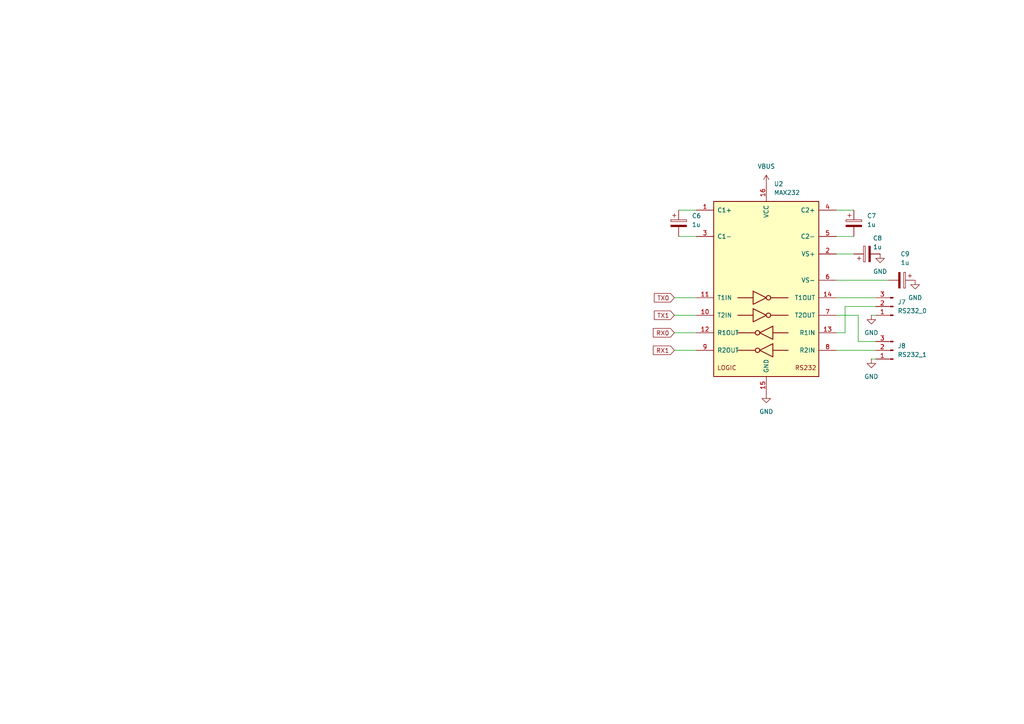
<source format=kicad_sch>
(kicad_sch (version 20231120) (generator "eeschema") (generator_version "8.0")
  (paper "A4")
  (title_block (title "USB-to-quad UART") (date "2024-08-30") (rev "rev. 2") (company "TXnology") (comment 1 "Engineer: Bence Csókás"))
  (lib_symbols
    (symbol "Connector:Conn_01x03_Pin" (pin_names (offset 1.016) hide)
      (property "Reference" "J" (at 0 5.08 0))
      (property "Value" "Conn_01x03_Pin" (at 0 -5.08 0))
      (symbol "Conn_01x03_Pin_1_1"
        (polyline (pts (xy 1.27 -2.54) (xy 0.8636 -2.54)) (stroke (width 0.1524)))
        (polyline (pts (xy 1.27 0) (xy 0.8636 0)) (stroke (width 0.1524)))
        (polyline (pts (xy 1.27 2.54) (xy 0.8636 2.54)) (stroke (width 0.1524)))
        (rectangle (start 0.8636 -2.413) (end 0 -2.667) (stroke (width 0.1524)) (fill (type outline)))
        (rectangle (start 0.8636 0.127) (end 0 -0.127) (stroke (width 0.1524)) (fill (type outline)))
        (rectangle (start 0.8636 2.667) (end 0 2.413) (stroke (width 0.1524)) (fill (type outline)))
        (pin passive line (at 5.08 2.54 180) (length 3.81) (name "Pin_1") (number "1"))
        (pin passive line (at 5.08 0 180) (length 3.81) (name "Pin_2") (number "2"))
        (pin passive line (at 5.08 -2.54 180) (length 3.81) (name "Pin_3") (number "3"))
      )
    )
    (symbol "Device:C_Polarized" (pin_numbers hide) (pin_names (offset 0.254))
      (property "Reference" "C" (at 0.635 2.54 0))
      (property "Value" "C_Polarized" (at 0.635 -2.54 0))
      (symbol "C_Polarized_0_1"
        (rectangle (start -2.286 0.508) (end 2.286 1.016))
        (polyline (pts (xy -1.778 2.286) (xy -0.762 2.286)))
        (polyline (pts (xy -1.27 2.794) (xy -1.27 1.778)))
        (rectangle (start 2.286 -0.508) (end -2.286 -1.016) (fill (type outline)))
      )
      (symbol "C_Polarized_1_1"
        (pin passive line (at 0 3.81 270) (length 2.794) (name "~") (number "1"))
        (pin passive line (at 0 -3.81 90) (length 2.794) (name "~") (number "2"))
      )
    )
    (symbol "Interface_UART:MAX232" (pin_names (offset 1.016))
      (property "Reference" "U" (at -2.54 28.575 0))
      (property "Value" "MAX232" (at -2.54 26.67 0))
      (symbol "MAX232_0_0"
        (text "LOGIC" (at -11.43 -22.86 0) (effects (font (size 1.27 1.27))))
        (text "RS232" (at 11.43 -22.86 0) (effects (font (size 1.27 1.27))))
      )
      (symbol "MAX232_0_1"
        (rectangle (start -15.24 -25.4) (end 15.24 25.4) (stroke (width 0.254)) (fill (type background)))
        (circle (center -2.54 -17.78) (radius 0.635) (stroke (width 0.254)))
        (circle (center -2.54 -12.7) (radius 0.635) (stroke (width 0.254)))
        (polyline (pts (xy -3.81 -7.62) (xy -8.255 -7.62)) (stroke (width 0.254)))
        (polyline (pts (xy -3.81 -2.54) (xy -8.255 -2.54)) (stroke (width 0.254)))
        (polyline (pts (xy -3.175 -17.78) (xy -8.255 -17.78)) (stroke (width 0.254)))
        (polyline (pts (xy -3.175 -12.7) (xy -8.255 -12.7)) (stroke (width 0.254)))
        (polyline (pts (xy 1.27 -7.62) (xy 6.35 -7.62)) (stroke (width 0.254)))
        (polyline (pts (xy 1.27 -2.54) (xy 6.35 -2.54)) (stroke (width 0.254)))
        (polyline (pts (xy 1.905 -17.78) (xy 6.35 -17.78)) (stroke (width 0.254)))
        (polyline (pts (xy 1.905 -12.7) (xy 6.35 -12.7)) (stroke (width 0.254)))
        (polyline (pts (xy -3.81 -5.715) (xy -3.81 -9.525) (xy 0 -7.62) (xy -3.81 -5.715)) (stroke (width 0.254)))
        (polyline (pts (xy -3.81 -0.635) (xy -3.81 -4.445) (xy 0 -2.54) (xy -3.81 -0.635)) (stroke (width 0.254)))
        (polyline (pts (xy 1.905 -15.875) (xy 1.905 -19.685) (xy -1.905 -17.78) (xy 1.905 -15.875)) (stroke (width 0.254)))
        (polyline (pts (xy 1.905 -10.795) (xy 1.905 -14.605) (xy -1.905 -12.7) (xy 1.905 -10.795)) (stroke (width 0.254)))
        (circle (center 0.635 -7.62) (radius 0.635) (stroke (width 0.254)))
        (circle (center 0.635 -2.54) (radius 0.635) (stroke (width 0.254)))
      )
      (symbol "MAX232_1_1"
        (pin passive line (at -20.32 22.86 0) (length 5.08) (name "C1+") (number "1"))
        (pin input line (at -20.32 -7.62 0) (length 5.08) (name "T2IN") (number "10"))
        (pin input line (at -20.32 -2.54 0) (length 5.08) (name "T1IN") (number "11"))
        (pin output line (at -20.32 -12.7 0) (length 5.08) (name "R1OUT") (number "12"))
        (pin input line (at 20.32 -12.7 180) (length 5.08) (name "R1IN") (number "13"))
        (pin output line (at 20.32 -2.54 180) (length 5.08) (name "T1OUT") (number "14"))
        (pin power_in line (at 0 -30.48 90) (length 5.08) (name "GND") (number "15"))
        (pin power_in line (at 0 30.48 270) (length 5.08) (name "VCC") (number "16"))
        (pin power_out line (at 20.32 10.16 180) (length 5.08) (name "VS+") (number "2"))
        (pin passive line (at -20.32 15.24 0) (length 5.08) (name "C1-") (number "3"))
        (pin passive line (at 20.32 22.86 180) (length 5.08) (name "C2+") (number "4"))
        (pin passive line (at 20.32 15.24 180) (length 5.08) (name "C2-") (number "5"))
        (pin power_out line (at 20.32 2.54 180) (length 5.08) (name "VS-") (number "6"))
        (pin output line (at 20.32 -7.62 180) (length 5.08) (name "T2OUT") (number "7"))
        (pin input line (at 20.32 -17.78 180) (length 5.08) (name "R2IN") (number "8"))
        (pin output line (at -20.32 -17.78 0) (length 5.08) (name "R2OUT") (number "9"))
      )
    )
    (symbol "power:GND" (power) (pin_numbers hide) (pin_names (offset 0) hide)
      (property "Value" "GND" (at 0 -3.81 0))
      (symbol "GND_0_1"
        (polyline (pts (xy 0 0) (xy 0 -1.27) (xy 1.27 -1.27) (xy 0 -2.54) (xy -1.27 -1.27) (xy 0 -1.27)))
      )
      (symbol "GND_1_1"
        (pin power_in line (at 0 0 270) (length 0) (name "~") (number "1"))
      )
    )
    (symbol "power:VBUS" (power) (pin_numbers hide) (pin_names (offset 0) hide)
      (property "Value" "VBUS" (at 0 3.556 0))
      (symbol "VBUS_0_1"
        (polyline (pts (xy -0.762 1.27) (xy 0 2.54)))
        (polyline (pts (xy 0 0) (xy 0 2.54)))
        (polyline (pts (xy 0 2.54) (xy 0.762 1.27)))
      )
      (symbol "VBUS_1_1"
        (pin power_in line (at 0 0 90) (length 0) (name "~") (number "1"))
      )
    )
  )
  (wire (pts (xy 248.92 91.44) (xy 248.92 99.06)))
  (wire (pts (xy 195.58 86.36) (xy 201.93 86.36)))
  (wire (pts (xy 245.11 88.9) (xy 254 88.9)))
  (wire (pts (xy 242.57 91.44) (xy 248.92 91.44)))
  (wire (pts (xy 195.58 101.6) (xy 201.93 101.6)))
  (wire (pts (xy 196.85 60.96) (xy 201.93 60.96)))
  (wire (pts (xy 254 86.36) (xy 242.57 86.36)))
  (wire (pts (xy 247.65 68.58) (xy 242.57 68.58)))
  (wire (pts (xy 195.58 96.52) (xy 201.93 96.52)))
  (wire (pts (xy 242.57 101.6) (xy 254 101.6)))
  (wire (pts (xy 242.57 96.52) (xy 245.11 96.52)))
  (wire (pts (xy 245.11 96.52) (xy 245.11 88.9)))
  (wire (pts (xy 248.92 99.06) (xy 254 99.06)))
  (wire (pts (xy 196.85 68.58) (xy 201.93 68.58)))
  (wire (pts (xy 257.81 81.28) (xy 242.57 81.28)))
  (wire (pts (xy 247.65 60.96) (xy 242.57 60.96)))
  (wire (pts (xy 195.58 91.44) (xy 201.93 91.44)))
  (wire (pts (xy 252.73 104.14) (xy 254 104.14)))
  (wire (pts (xy 247.65 73.66) (xy 242.57 73.66)))
  (wire (pts (xy 252.73 91.44) (xy 254 91.44)))
  (global_label "RX0" (shape input) (at 195.58 96.52 180) (property "Intersheetrefs" "${INTERSHEET_REFS}" (effects (hide yes))))
  (global_label "TX1" (shape input) (at 195.58 91.44 180) (property "Intersheetrefs" "${INTERSHEET_REFS}" (effects (hide yes))))
  (global_label "RX1" (shape input) (at 195.58 101.6 180) (property "Intersheetrefs" "${INTERSHEET_REFS}" (effects (hide yes))))
  (global_label "TX0" (shape input) (at 195.58 86.36 180) (property "Intersheetrefs" "${INTERSHEET_REFS}" (effects (hide yes))))
  (symbol (lib_id "power:GND") (at 222.25 114.3 0) (unit 1)
    (property "Reference" "#PWR060" (effects (hide yes)))
    (property "Value" "GND" (at 222.25 119.38 0))
    (property "Description" "Power symbol creates a global label with name \"GND\" , ground" (effects (hide yes)))
  )
  (symbol (lib_id "power:GND") (at 252.73 91.44 0) (unit 1)
    (property "Reference" "#PWR064" (effects (hide yes)))
    (property "Value" "GND" (at 252.73 96.52 0))
    (property "Description" "Power symbol creates a global label with name \"GND\" , ground" (effects (hide yes)))
  )
  (symbol (lib_id "Device:C_Polarized") (at 247.65 64.77 0) (unit 1)
    (property "Reference" "C7" (at 251.46 62.6109 0) (effects (justify left)))
    (property "Value" "1u" (at 251.46 65.1509 0) (effects (justify left)))
    (property "Footprint" "Capacitor_SMD:C_0603_1608Metric" (effects (hide yes)))
    (property "Description" "Polarized capacitor" (effects (hide yes)))
  )
  (symbol (lib_id "Interface_UART:MAX232") (at 222.25 83.82 0) (unit 1)
    (property "Reference" "U2" (at 224.4441 53.34 0) (effects (justify left)))
    (property "Value" "MAX232" (at 224.4441 55.88 0) (effects (justify left)))
    (property "Footprint" "Package_SO:SOIC-16_3.9x9.9mm_P1.27mm" (effects (hide yes)))
    (property "Datasheet" "http://www.ti.com/lit/ds/symlink/max232.pdf" (effects (hide yes)))
    (property "Description" "Dual RS232 driver/receiver, 5V supply, 120kb/s, 0C-70C" (effects (hide yes)))
  )
  (symbol (lib_id "power:GND") (at 255.27 73.66 0) (unit 1)
    (property "Reference" "#PWR072" (effects (hide yes)))
    (property "Value" "GND" (at 255.27 78.74 0))
    (property "Description" "Power symbol creates a global label with name \"GND\" , ground" (effects (hide yes)))
  )
  (symbol (lib_id "Connector:Conn_01x03_Pin") (at 259.08 101.6 180) (unit 1)
    (property "Reference" "J8" (at 260.35 100.3299 0) (effects (justify right)))
    (property "Value" "RS232_1" (at 260.35 102.8699 0) (effects (justify right)))
    (property "Footprint" "Connector_Phoenix_MC:PhoenixContact_MCV_1,5_3-G-3.81_1x03_P3.81mm_Vertical" (effects (hide yes)))
    (property "Description" "Generic connector, single row, 01x03, script generated" (effects (hide yes)))
  )
  (symbol (lib_id "Connector:Conn_01x03_Pin") (at 259.08 88.9 180) (unit 1)
    (property "Reference" "J7" (at 260.35 87.6299 0) (effects (justify right)))
    (property "Value" "RS232_0" (at 260.35 90.1699 0) (effects (justify right)))
    (property "Footprint" "Connector_Phoenix_MC:PhoenixContact_MCV_1,5_3-G-3.81_1x03_P3.81mm_Vertical" (effects (hide yes)))
    (property "Description" "Generic connector, single row, 01x03, script generated" (effects (hide yes)))
  )
  (symbol (lib_id "Device:C_Polarized") (at 261.62 81.28 270) (unit 1)
    (property "Reference" "C9" (at 262.509 73.66 90))
    (property "Value" "1u" (at 262.509 76.2 90))
    (property "Footprint" "Capacitor_SMD:C_0603_1608Metric" (effects (hide yes)))
    (property "Description" "Polarized capacitor" (effects (hide yes)))
  )
  (symbol (lib_id "power:GND") (at 252.73 104.14 0) (unit 1)
    (property "Reference" "#PWR066" (effects (hide yes)))
    (property "Value" "GND" (at 252.73 109.22 0))
    (property "Description" "Power symbol creates a global label with name \"GND\" , ground" (effects (hide yes)))
  )
  (symbol (lib_id "power:VBUS") (at 222.25 53.34 0) (unit 1)
    (property "Reference" "#PWR028" (effects (hide yes)))
    (property "Value" "VBUS" (at 222.25 48.26 0))
    (property "Description" "Power symbol creates a global label with name \"VBUS\"" (effects (hide yes)))
  )
  (symbol (lib_id "Device:C_Polarized") (at 196.85 64.77 0) (unit 1)
    (property "Reference" "C6" (at 200.66 62.6109 0) (effects (justify left)))
    (property "Value" "1u" (at 200.66 65.1509 0) (effects (justify left)))
    (property "Footprint" "Capacitor_SMD:C_0603_1608Metric" (effects (hide yes)))
    (property "Description" "Polarized capacitor" (effects (hide yes)))
  )
  (symbol (lib_id "Device:C_Polarized") (at 251.46 73.66 90) (unit 1)
    (property "Reference" "C8" (at 254.508 69.088 90))
    (property "Value" "1u" (at 254.508 71.628 90))
    (property "Footprint" "Capacitor_SMD:C_0603_1608Metric" (effects (hide yes)))
    (property "Description" "Polarized capacitor" (effects (hide yes)))
  )
  (symbol (lib_id "power:GND") (at 265.43 81.28 0) (unit 1)
    (property "Reference" "#PWR076" (effects (hide yes)))
    (property "Value" "GND" (at 265.43 86.36 0))
    (property "Description" "Power symbol creates a global label with name \"GND\" , ground" (effects (hide yes)))
  )
)
</source>
